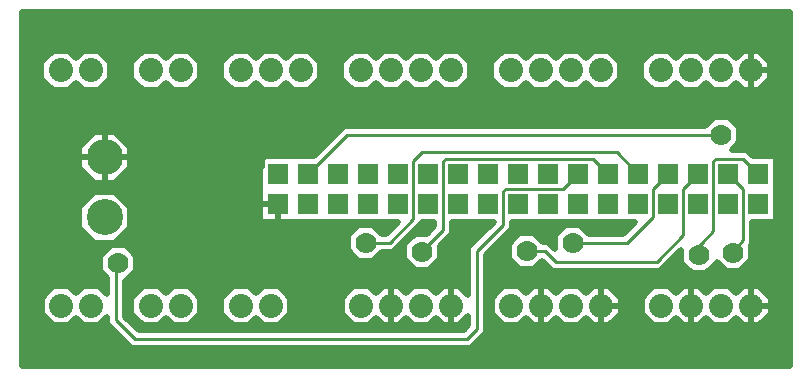
<source format=gbr>
G04 PROTEUS RS274X GERBER FILE*
%FSLAX45Y45*%
%MOMM*%
G01*
%ADD10C,0.254000*%
%ADD11C,0.304800*%
%ADD12C,1.778000*%
%ADD13C,0.508000*%
%ADD14R,1.778000X1.778000*%
%ADD15C,3.048000*%
%ADD16C,2.032000*%
%ADD17C,0.203200*%
G36*
X+3250000Y-1500000D02*
X-3250000Y-1500000D01*
X-3250000Y+1500000D01*
X+3250000Y+1500000D01*
X+3250000Y-1500000D01*
G37*
%LPC*%
G36*
X+2819399Y+520326D02*
X+2819399Y+394074D01*
X+2755524Y+330199D01*
X+2886561Y+330199D01*
X+2937361Y+279399D01*
X+3134399Y+279399D01*
X+3134399Y-279399D01*
X+2931199Y-279399D01*
X+2931199Y-466560D01*
X+2918744Y-479015D01*
X+2919216Y-479487D01*
X+2919216Y-605739D01*
X+2829943Y-695012D01*
X+2703691Y-695012D01*
X+2631273Y-622594D01*
X+2631273Y-626715D01*
X+2542000Y-715988D01*
X+2415748Y-715988D01*
X+2326475Y-626715D01*
X+2326475Y-521985D01*
X+2152261Y-696199D01*
X+1232612Y-696199D01*
X+1187976Y-651563D01*
X+1187976Y-651561D01*
X+1149694Y-613280D01*
X+1083217Y-679757D01*
X+956965Y-679757D01*
X+867692Y-590484D01*
X+867692Y-464232D01*
X+956965Y-374959D01*
X+1083217Y-374959D01*
X+1159417Y-451159D01*
X+1203094Y-451159D01*
X+1257301Y-505366D01*
X+1257301Y-394074D01*
X+1346574Y-304801D01*
X+1472826Y-304801D01*
X+1549026Y-381001D01*
X+1839189Y-381001D01*
X+1940791Y-279399D01*
X+899199Y-279399D01*
X+899199Y-338901D01*
X+678179Y-559921D01*
X+678179Y-1220281D01*
X+549721Y-1348739D01*
X-2326451Y-1348739D01*
X-2529839Y-1145351D01*
X-2529839Y-1086924D01*
X-2598614Y-1155699D01*
X-2735386Y-1155699D01*
X-2794000Y-1097085D01*
X-2852614Y-1155699D01*
X-2989386Y-1155699D01*
X-3086099Y-1058986D01*
X-3086099Y-922214D01*
X-2989386Y-825501D01*
X-2852614Y-825501D01*
X-2794000Y-884115D01*
X-2735386Y-825501D01*
X-2598614Y-825501D01*
X-2529839Y-894276D01*
X-2529839Y-754086D01*
X-2590799Y-693126D01*
X-2590799Y-566874D01*
X-2501526Y-477601D01*
X-2375274Y-477601D01*
X-2286001Y-566874D01*
X-2286001Y-693126D01*
X-2375274Y-782399D01*
X-2377441Y-782399D01*
X-2377441Y-1082229D01*
X-2263329Y-1196341D01*
X+486599Y-1196341D01*
X+525781Y-1157159D01*
X+525781Y-1079704D01*
X+450386Y-1155099D01*
X+313614Y-1155099D01*
X+255000Y-1096485D01*
X+196386Y-1155099D01*
X+59614Y-1155099D01*
X+1000Y-1096485D01*
X-57614Y-1155099D01*
X-194386Y-1155099D01*
X-253000Y-1096485D01*
X-311614Y-1155099D01*
X-448386Y-1155099D01*
X-545099Y-1058386D01*
X-545099Y-921614D01*
X-448386Y-824901D01*
X-311614Y-824901D01*
X-253000Y-883515D01*
X-194386Y-824901D01*
X-57614Y-824901D01*
X+1000Y-883515D01*
X+59614Y-824901D01*
X+196386Y-824901D01*
X+255000Y-883515D01*
X+313614Y-824901D01*
X+450386Y-824901D01*
X+525781Y-900296D01*
X+525781Y-496799D01*
X+743181Y-279399D01*
X+391199Y-279399D01*
X+391199Y-376963D01*
X+346563Y-421599D01*
X+346561Y-421599D01*
X+285778Y-482382D01*
X+285778Y-594298D01*
X+196505Y-683571D01*
X+70253Y-683571D01*
X-19020Y-594298D01*
X-19020Y-468046D01*
X+70253Y-378773D01*
X+173867Y-378773D01*
X+238801Y-313839D01*
X+238801Y-279399D01*
X+137199Y-279399D01*
X+137199Y-286811D01*
X-109389Y-533399D01*
X-203574Y-533399D01*
X-279774Y-609599D01*
X-406026Y-609599D01*
X-495299Y-520326D01*
X-495299Y-394074D01*
X-406026Y-304801D01*
X-279774Y-304801D01*
X-203574Y-381001D01*
X-172511Y-381001D01*
X-70909Y-279399D01*
X-1234399Y-279399D01*
X-1234399Y+279399D01*
X-783361Y+279399D01*
X-529361Y+533399D01*
X+2527674Y+533399D01*
X+2603874Y+609599D01*
X+2730126Y+609599D01*
X+2819399Y+520326D01*
G37*
G36*
X-2464572Y-456899D02*
X-2643428Y-456899D01*
X-2769899Y-330428D01*
X-2769899Y-151572D01*
X-2643428Y-25101D01*
X-2464572Y-25101D01*
X-2338101Y-151572D01*
X-2338101Y-330428D01*
X-2464572Y-456899D01*
G37*
G36*
X-2464572Y+51101D02*
X-2643428Y+51101D01*
X-2769899Y+177572D01*
X-2769899Y+356428D01*
X-2643428Y+482899D01*
X-2464572Y+482899D01*
X-2338101Y+356428D01*
X-2338101Y+177572D01*
X-2464572Y+51101D01*
G37*
G36*
X-2505901Y+1070386D02*
X-2505901Y+933614D01*
X-2602614Y+836901D01*
X-2739386Y+836901D01*
X-2798000Y+895515D01*
X-2856614Y+836901D01*
X-2993386Y+836901D01*
X-3090099Y+933614D01*
X-3090099Y+1070386D01*
X-2993386Y+1167099D01*
X-2856614Y+1167099D01*
X-2798000Y+1108485D01*
X-2739386Y+1167099D01*
X-2602614Y+1167099D01*
X-2505901Y+1070386D01*
G37*
G36*
X-1743901Y+1070386D02*
X-1743901Y+933614D01*
X-1840614Y+836901D01*
X-1977386Y+836901D01*
X-2036000Y+895515D01*
X-2094614Y+836901D01*
X-2231386Y+836901D01*
X-2328099Y+933614D01*
X-2328099Y+1070386D01*
X-2231386Y+1167099D01*
X-2094614Y+1167099D01*
X-2036000Y+1108485D01*
X-1977386Y+1167099D01*
X-1840614Y+1167099D01*
X-1743901Y+1070386D01*
G37*
G36*
X-727901Y+1070386D02*
X-727901Y+933614D01*
X-824614Y+836901D01*
X-961386Y+836901D01*
X-1020000Y+895515D01*
X-1078614Y+836901D01*
X-1215386Y+836901D01*
X-1274000Y+895515D01*
X-1332614Y+836901D01*
X-1469386Y+836901D01*
X-1566099Y+933614D01*
X-1566099Y+1070386D01*
X-1469386Y+1167099D01*
X-1332614Y+1167099D01*
X-1274000Y+1108485D01*
X-1215386Y+1167099D01*
X-1078614Y+1167099D01*
X-1020000Y+1108485D01*
X-961386Y+1167099D01*
X-824614Y+1167099D01*
X-727901Y+1070386D01*
G37*
G36*
X+542099Y+1070386D02*
X+542099Y+933614D01*
X+445386Y+836901D01*
X+308614Y+836901D01*
X+250000Y+895515D01*
X+191386Y+836901D01*
X+54614Y+836901D01*
X-4000Y+895515D01*
X-62614Y+836901D01*
X-199386Y+836901D01*
X-258000Y+895515D01*
X-316614Y+836901D01*
X-453386Y+836901D01*
X-550099Y+933614D01*
X-550099Y+1070386D01*
X-453386Y+1167099D01*
X-316614Y+1167099D01*
X-258000Y+1108485D01*
X-199386Y+1167099D01*
X-62614Y+1167099D01*
X-4000Y+1108485D01*
X+54614Y+1167099D01*
X+191386Y+1167099D01*
X+250000Y+1108485D01*
X+308614Y+1167099D01*
X+445386Y+1167099D01*
X+542099Y+1070386D01*
G37*
G36*
X+1812099Y+1070386D02*
X+1812099Y+933614D01*
X+1715386Y+836901D01*
X+1578614Y+836901D01*
X+1520000Y+895515D01*
X+1461386Y+836901D01*
X+1324614Y+836901D01*
X+1266000Y+895515D01*
X+1207386Y+836901D01*
X+1070614Y+836901D01*
X+1012000Y+895515D01*
X+953386Y+836901D01*
X+816614Y+836901D01*
X+719901Y+933614D01*
X+719901Y+1070386D01*
X+816614Y+1167099D01*
X+953386Y+1167099D01*
X+1012000Y+1108485D01*
X+1070614Y+1167099D01*
X+1207386Y+1167099D01*
X+1266000Y+1108485D01*
X+1324614Y+1167099D01*
X+1461386Y+1167099D01*
X+1520000Y+1108485D01*
X+1578614Y+1167099D01*
X+1715386Y+1167099D01*
X+1812099Y+1070386D01*
G37*
G36*
X+3082099Y+1070386D02*
X+3082099Y+933614D01*
X+2985386Y+836901D01*
X+2848614Y+836901D01*
X+2790000Y+895515D01*
X+2731386Y+836901D01*
X+2594614Y+836901D01*
X+2536000Y+895515D01*
X+2477386Y+836901D01*
X+2340614Y+836901D01*
X+2282000Y+895515D01*
X+2223386Y+836901D01*
X+2086614Y+836901D01*
X+1989901Y+933614D01*
X+1989901Y+1070386D01*
X+2086614Y+1167099D01*
X+2223386Y+1167099D01*
X+2282000Y+1108485D01*
X+2340614Y+1167099D01*
X+2477386Y+1167099D01*
X+2536000Y+1108485D01*
X+2594614Y+1167099D01*
X+2731386Y+1167099D01*
X+2790000Y+1108485D01*
X+2848614Y+1167099D01*
X+2985386Y+1167099D01*
X+3082099Y+1070386D01*
G37*
G36*
X+3087099Y-921614D02*
X+3087099Y-1058386D01*
X+2990386Y-1155099D01*
X+2853614Y-1155099D01*
X+2795000Y-1096485D01*
X+2736386Y-1155099D01*
X+2599614Y-1155099D01*
X+2541000Y-1096485D01*
X+2482386Y-1155099D01*
X+2345614Y-1155099D01*
X+2287000Y-1096485D01*
X+2228386Y-1155099D01*
X+2091614Y-1155099D01*
X+1994901Y-1058386D01*
X+1994901Y-921614D01*
X+2091614Y-824901D01*
X+2228386Y-824901D01*
X+2287000Y-883515D01*
X+2345614Y-824901D01*
X+2482386Y-824901D01*
X+2541000Y-883515D01*
X+2599614Y-824901D01*
X+2736386Y-824901D01*
X+2795000Y-883515D01*
X+2853614Y-824901D01*
X+2990386Y-824901D01*
X+3087099Y-921614D01*
G37*
G36*
X+1817099Y-921614D02*
X+1817099Y-1058386D01*
X+1720386Y-1155099D01*
X+1583614Y-1155099D01*
X+1525000Y-1096485D01*
X+1466386Y-1155099D01*
X+1329614Y-1155099D01*
X+1271000Y-1096485D01*
X+1212386Y-1155099D01*
X+1075614Y-1155099D01*
X+1017000Y-1096485D01*
X+958386Y-1155099D01*
X+821614Y-1155099D01*
X+724901Y-1058386D01*
X+724901Y-921614D01*
X+821614Y-824901D01*
X+958386Y-824901D01*
X+1017000Y-883515D01*
X+1075614Y-824901D01*
X+1212386Y-824901D01*
X+1271000Y-883515D01*
X+1329614Y-824901D01*
X+1466386Y-824901D01*
X+1525000Y-883515D01*
X+1583614Y-824901D01*
X+1720386Y-824901D01*
X+1817099Y-921614D01*
G37*
G36*
X-1743901Y-922214D02*
X-1743901Y-1058986D01*
X-1840614Y-1155699D01*
X-1977386Y-1155699D01*
X-2036000Y-1097085D01*
X-2094614Y-1155699D01*
X-2231386Y-1155699D01*
X-2328099Y-1058986D01*
X-2328099Y-922214D01*
X-2231386Y-825501D01*
X-2094614Y-825501D01*
X-2036000Y-884115D01*
X-1977386Y-825501D01*
X-1840614Y-825501D01*
X-1743901Y-922214D01*
G37*
G36*
X-981901Y-922214D02*
X-981901Y-1058986D01*
X-1078614Y-1155699D01*
X-1215386Y-1155699D01*
X-1274000Y-1097085D01*
X-1332614Y-1155699D01*
X-1469386Y-1155699D01*
X-1566099Y-1058986D01*
X-1566099Y-922214D01*
X-1469386Y-825501D01*
X-1332614Y-825501D01*
X-1274000Y-884115D01*
X-1215386Y-825501D01*
X-1078614Y-825501D01*
X-981901Y-922214D01*
G37*
G36*
X+2959100Y+436158D02*
X+2959100Y+478242D01*
X+2988858Y+508000D01*
X+3030942Y+508000D01*
X+3060700Y+478242D01*
X+3060700Y+436158D01*
X+3030942Y+406400D01*
X+2988858Y+406400D01*
X+2959100Y+436158D01*
G37*
G36*
X-1993878Y-641042D02*
X-1993878Y-598958D01*
X-1964120Y-569200D01*
X-1922036Y-569200D01*
X-1892278Y-598958D01*
X-1892278Y-641042D01*
X-1922036Y-670800D01*
X-1964120Y-670800D01*
X-1993878Y-641042D01*
G37*
%LPD*%
D10*
X+2667000Y+457200D02*
X-497800Y+457200D01*
X-828000Y+127000D01*
X+1409700Y-457200D02*
X+1870750Y-457200D01*
X+2093000Y-234950D01*
X+2093000Y+0D01*
X+2220000Y+127000D01*
X-342900Y-457200D02*
X-140950Y-457200D01*
X+61000Y-255250D01*
X+61000Y+237608D01*
X+133272Y+309880D01*
X+1783120Y+309880D01*
X+1966000Y+127000D01*
D11*
X-1520000Y-127000D02*
X-1212213Y+180787D01*
X-1212213Y+241983D01*
X-807864Y+646332D01*
X+80567Y+646332D01*
X+2820768Y+646332D01*
X-1082000Y-127000D02*
X-1520000Y-127000D01*
X-1689100Y-127000D01*
X-1943078Y-380978D01*
X-1943078Y-620000D01*
X+3009900Y+457200D02*
X+2820768Y+646332D01*
D10*
X+315000Y-345400D02*
X+304800Y-355600D01*
X+133379Y-527021D01*
X+133379Y-531172D01*
X+315000Y-345400D02*
X+315000Y+234950D01*
X+334050Y+254000D01*
X+1585000Y+254000D01*
X+1712000Y+127000D01*
X+2478874Y-563589D02*
X+2478874Y-482766D01*
X+2505820Y-455820D01*
X+2601000Y-360640D01*
X+2601000Y+234950D01*
X+2620050Y+254000D01*
X+2855000Y+254000D01*
X+2982000Y+127000D01*
X+2766817Y-542613D02*
X+2766817Y-523182D01*
X+2855000Y-434999D01*
X+2855000Y+0D01*
X+2728000Y+127000D01*
X+1020091Y-527358D02*
X+1171533Y-527358D01*
X+1264175Y-620000D01*
X+2120700Y-620000D01*
X+2347000Y-393700D01*
X+2347000Y+0D01*
X+2474000Y+127000D01*
X-2438400Y-630000D02*
X-2453640Y-701040D01*
X-2453640Y-1113790D01*
X-2294890Y-1272540D01*
X+518160Y-1272540D01*
X+601980Y-1188720D01*
X+601980Y-528360D01*
X+823000Y-307340D01*
X+823000Y-20320D01*
X+843320Y+0D01*
X+1331000Y+0D01*
X+1458000Y+127000D01*
D12*
X+3009900Y+457200D03*
X+2667000Y+457200D03*
X+1409700Y-457200D03*
X-342900Y-457200D03*
X-1943078Y-620000D03*
X+133379Y-531172D03*
X+2478874Y-563589D03*
X+2766817Y-542613D03*
X+1020091Y-527358D03*
X-2438400Y-630000D03*
D13*
X+3250000Y-1500000D02*
X-3250000Y-1500000D01*
X-3250000Y+1500000D01*
X+3250000Y+1500000D01*
X+3250000Y-1500000D01*
X+2819399Y+520326D02*
X+2819399Y+394074D01*
X+2755524Y+330199D01*
X+2886561Y+330199D01*
X+2937361Y+279399D01*
X+3134399Y+279399D01*
X+3134399Y-279399D01*
X+2931199Y-279399D01*
X+2931199Y-466560D01*
X+2918744Y-479015D01*
X+2919216Y-479487D01*
X+2919216Y-605739D01*
X+2829943Y-695012D01*
X+2703691Y-695012D01*
X+2631273Y-622594D01*
X+2631273Y-626715D01*
X+2542000Y-715988D01*
X+2415748Y-715988D01*
X+2326475Y-626715D01*
X+2326475Y-521985D01*
X+2152261Y-696199D01*
X+1232612Y-696199D01*
X+1187976Y-651563D01*
X+1187976Y-651561D01*
X+1149694Y-613280D01*
X+1083217Y-679757D01*
X+956965Y-679757D01*
X+867692Y-590484D01*
X+867692Y-464232D01*
X+956965Y-374959D01*
X+1083217Y-374959D01*
X+1159417Y-451159D01*
X+1203094Y-451159D01*
X+1257301Y-505366D01*
X+1257301Y-394074D01*
X+1346574Y-304801D01*
X+1472826Y-304801D01*
X+1549026Y-381001D01*
X+1839189Y-381001D01*
X+1940791Y-279399D01*
X+899199Y-279399D01*
X+899199Y-338901D01*
X+678179Y-559921D01*
X+678179Y-1220281D01*
X+549721Y-1348739D01*
X-2326451Y-1348739D01*
X-2529839Y-1145351D01*
X-2529839Y-1086924D01*
X-2598614Y-1155699D01*
X-2735386Y-1155699D01*
X-2794000Y-1097085D01*
X-2852614Y-1155699D01*
X-2989386Y-1155699D01*
X-3086099Y-1058986D01*
X-3086099Y-922214D01*
X-2989386Y-825501D01*
X-2852614Y-825501D01*
X-2794000Y-884115D01*
X-2735386Y-825501D01*
X-2598614Y-825501D01*
X-2529839Y-894276D01*
X-2529839Y-754086D01*
X-2590799Y-693126D01*
X-2590799Y-566874D01*
X-2501526Y-477601D01*
X-2375274Y-477601D01*
X-2286001Y-566874D01*
X-2286001Y-693126D01*
X-2375274Y-782399D01*
X-2377441Y-782399D01*
X-2377441Y-1082229D01*
X-2263329Y-1196341D01*
X+486599Y-1196341D01*
X+525781Y-1157159D01*
X+525781Y-1079704D01*
X+450386Y-1155099D01*
X+313614Y-1155099D01*
X+255000Y-1096485D01*
X+196386Y-1155099D01*
X+59614Y-1155099D01*
X+1000Y-1096485D01*
X-57614Y-1155099D01*
X-194386Y-1155099D01*
X-253000Y-1096485D01*
X-311614Y-1155099D01*
X-448386Y-1155099D01*
X-545099Y-1058386D01*
X-545099Y-921614D01*
X-448386Y-824901D01*
X-311614Y-824901D01*
X-253000Y-883515D01*
X-194386Y-824901D01*
X-57614Y-824901D01*
X+1000Y-883515D01*
X+59614Y-824901D01*
X+196386Y-824901D01*
X+255000Y-883515D01*
X+313614Y-824901D01*
X+450386Y-824901D01*
X+525781Y-900296D01*
X+525781Y-496799D01*
X+743181Y-279399D01*
X+391199Y-279399D01*
X+391199Y-376963D01*
X+346563Y-421599D01*
X+346561Y-421599D01*
X+285778Y-482382D01*
X+285778Y-594298D01*
X+196505Y-683571D01*
X+70253Y-683571D01*
X-19020Y-594298D01*
X-19020Y-468046D01*
X+70253Y-378773D01*
X+173867Y-378773D01*
X+238801Y-313839D01*
X+238801Y-279399D01*
X+137199Y-279399D01*
X+137199Y-286811D01*
X-109389Y-533399D01*
X-203574Y-533399D01*
X-279774Y-609599D01*
X-406026Y-609599D01*
X-495299Y-520326D01*
X-495299Y-394074D01*
X-406026Y-304801D01*
X-279774Y-304801D01*
X-203574Y-381001D01*
X-172511Y-381001D01*
X-70909Y-279399D01*
X-1234399Y-279399D01*
X-1234399Y+279399D01*
X-783361Y+279399D01*
X-529361Y+533399D01*
X+2527674Y+533399D01*
X+2603874Y+609599D01*
X+2730126Y+609599D01*
X+2819399Y+520326D01*
X-2464572Y-456899D02*
X-2643428Y-456899D01*
X-2769899Y-330428D01*
X-2769899Y-151572D01*
X-2643428Y-25101D01*
X-2464572Y-25101D01*
X-2338101Y-151572D01*
X-2338101Y-330428D01*
X-2464572Y-456899D01*
X-2464572Y+51101D02*
X-2643428Y+51101D01*
X-2769899Y+177572D01*
X-2769899Y+356428D01*
X-2643428Y+482899D01*
X-2464572Y+482899D01*
X-2338101Y+356428D01*
X-2338101Y+177572D01*
X-2464572Y+51101D01*
X-2505901Y+1070386D02*
X-2505901Y+933614D01*
X-2602614Y+836901D01*
X-2739386Y+836901D01*
X-2798000Y+895515D01*
X-2856614Y+836901D01*
X-2993386Y+836901D01*
X-3090099Y+933614D01*
X-3090099Y+1070386D01*
X-2993386Y+1167099D01*
X-2856614Y+1167099D01*
X-2798000Y+1108485D01*
X-2739386Y+1167099D01*
X-2602614Y+1167099D01*
X-2505901Y+1070386D01*
X-1743901Y+1070386D02*
X-1743901Y+933614D01*
X-1840614Y+836901D01*
X-1977386Y+836901D01*
X-2036000Y+895515D01*
X-2094614Y+836901D01*
X-2231386Y+836901D01*
X-2328099Y+933614D01*
X-2328099Y+1070386D01*
X-2231386Y+1167099D01*
X-2094614Y+1167099D01*
X-2036000Y+1108485D01*
X-1977386Y+1167099D01*
X-1840614Y+1167099D01*
X-1743901Y+1070386D01*
X-727901Y+1070386D02*
X-727901Y+933614D01*
X-824614Y+836901D01*
X-961386Y+836901D01*
X-1020000Y+895515D01*
X-1078614Y+836901D01*
X-1215386Y+836901D01*
X-1274000Y+895515D01*
X-1332614Y+836901D01*
X-1469386Y+836901D01*
X-1566099Y+933614D01*
X-1566099Y+1070386D01*
X-1469386Y+1167099D01*
X-1332614Y+1167099D01*
X-1274000Y+1108485D01*
X-1215386Y+1167099D01*
X-1078614Y+1167099D01*
X-1020000Y+1108485D01*
X-961386Y+1167099D01*
X-824614Y+1167099D01*
X-727901Y+1070386D01*
X+542099Y+1070386D02*
X+542099Y+933614D01*
X+445386Y+836901D01*
X+308614Y+836901D01*
X+250000Y+895515D01*
X+191386Y+836901D01*
X+54614Y+836901D01*
X-4000Y+895515D01*
X-62614Y+836901D01*
X-199386Y+836901D01*
X-258000Y+895515D01*
X-316614Y+836901D01*
X-453386Y+836901D01*
X-550099Y+933614D01*
X-550099Y+1070386D01*
X-453386Y+1167099D01*
X-316614Y+1167099D01*
X-258000Y+1108485D01*
X-199386Y+1167099D01*
X-62614Y+1167099D01*
X-4000Y+1108485D01*
X+54614Y+1167099D01*
X+191386Y+1167099D01*
X+250000Y+1108485D01*
X+308614Y+1167099D01*
X+445386Y+1167099D01*
X+542099Y+1070386D01*
X+1812099Y+1070386D02*
X+1812099Y+933614D01*
X+1715386Y+836901D01*
X+1578614Y+836901D01*
X+1520000Y+895515D01*
X+1461386Y+836901D01*
X+1324614Y+836901D01*
X+1266000Y+895515D01*
X+1207386Y+836901D01*
X+1070614Y+836901D01*
X+1012000Y+895515D01*
X+953386Y+836901D01*
X+816614Y+836901D01*
X+719901Y+933614D01*
X+719901Y+1070386D01*
X+816614Y+1167099D01*
X+953386Y+1167099D01*
X+1012000Y+1108485D01*
X+1070614Y+1167099D01*
X+1207386Y+1167099D01*
X+1266000Y+1108485D01*
X+1324614Y+1167099D01*
X+1461386Y+1167099D01*
X+1520000Y+1108485D01*
X+1578614Y+1167099D01*
X+1715386Y+1167099D01*
X+1812099Y+1070386D01*
X+3082099Y+1070386D02*
X+3082099Y+933614D01*
X+2985386Y+836901D01*
X+2848614Y+836901D01*
X+2790000Y+895515D01*
X+2731386Y+836901D01*
X+2594614Y+836901D01*
X+2536000Y+895515D01*
X+2477386Y+836901D01*
X+2340614Y+836901D01*
X+2282000Y+895515D01*
X+2223386Y+836901D01*
X+2086614Y+836901D01*
X+1989901Y+933614D01*
X+1989901Y+1070386D01*
X+2086614Y+1167099D01*
X+2223386Y+1167099D01*
X+2282000Y+1108485D01*
X+2340614Y+1167099D01*
X+2477386Y+1167099D01*
X+2536000Y+1108485D01*
X+2594614Y+1167099D01*
X+2731386Y+1167099D01*
X+2790000Y+1108485D01*
X+2848614Y+1167099D01*
X+2985386Y+1167099D01*
X+3082099Y+1070386D01*
X+3087099Y-921614D02*
X+3087099Y-1058386D01*
X+2990386Y-1155099D01*
X+2853614Y-1155099D01*
X+2795000Y-1096485D01*
X+2736386Y-1155099D01*
X+2599614Y-1155099D01*
X+2541000Y-1096485D01*
X+2482386Y-1155099D01*
X+2345614Y-1155099D01*
X+2287000Y-1096485D01*
X+2228386Y-1155099D01*
X+2091614Y-1155099D01*
X+1994901Y-1058386D01*
X+1994901Y-921614D01*
X+2091614Y-824901D01*
X+2228386Y-824901D01*
X+2287000Y-883515D01*
X+2345614Y-824901D01*
X+2482386Y-824901D01*
X+2541000Y-883515D01*
X+2599614Y-824901D01*
X+2736386Y-824901D01*
X+2795000Y-883515D01*
X+2853614Y-824901D01*
X+2990386Y-824901D01*
X+3087099Y-921614D01*
X+1817099Y-921614D02*
X+1817099Y-1058386D01*
X+1720386Y-1155099D01*
X+1583614Y-1155099D01*
X+1525000Y-1096485D01*
X+1466386Y-1155099D01*
X+1329614Y-1155099D01*
X+1271000Y-1096485D01*
X+1212386Y-1155099D01*
X+1075614Y-1155099D01*
X+1017000Y-1096485D01*
X+958386Y-1155099D01*
X+821614Y-1155099D01*
X+724901Y-1058386D01*
X+724901Y-921614D01*
X+821614Y-824901D01*
X+958386Y-824901D01*
X+1017000Y-883515D01*
X+1075614Y-824901D01*
X+1212386Y-824901D01*
X+1271000Y-883515D01*
X+1329614Y-824901D01*
X+1466386Y-824901D01*
X+1525000Y-883515D01*
X+1583614Y-824901D01*
X+1720386Y-824901D01*
X+1817099Y-921614D01*
X-1743901Y-922214D02*
X-1743901Y-1058986D01*
X-1840614Y-1155699D01*
X-1977386Y-1155699D01*
X-2036000Y-1097085D01*
X-2094614Y-1155699D01*
X-2231386Y-1155699D01*
X-2328099Y-1058986D01*
X-2328099Y-922214D01*
X-2231386Y-825501D01*
X-2094614Y-825501D01*
X-2036000Y-884115D01*
X-1977386Y-825501D01*
X-1840614Y-825501D01*
X-1743901Y-922214D01*
X-981901Y-922214D02*
X-981901Y-1058986D01*
X-1078614Y-1155699D01*
X-1215386Y-1155699D01*
X-1274000Y-1097085D01*
X-1332614Y-1155699D01*
X-1469386Y-1155699D01*
X-1566099Y-1058986D01*
X-1566099Y-922214D01*
X-1469386Y-825501D01*
X-1332614Y-825501D01*
X-1274000Y-884115D01*
X-1215386Y-825501D01*
X-1078614Y-825501D01*
X-981901Y-922214D01*
X+2959100Y+436158D02*
X+2959100Y+478242D01*
X+2988858Y+508000D01*
X+3030942Y+508000D01*
X+3060700Y+478242D01*
X+3060700Y+436158D01*
X+3030942Y+406400D01*
X+2988858Y+406400D01*
X+2959100Y+436158D01*
X-1993878Y-641042D02*
X-1993878Y-598958D01*
X-1964120Y-569200D01*
X-1922036Y-569200D01*
X-1892278Y-598958D01*
X-1892278Y-641042D01*
X-1922036Y-670800D01*
X-1964120Y-670800D01*
X-1993878Y-641042D01*
X-1234399Y-127000D02*
X-1082000Y-127000D01*
X-1082000Y-279399D02*
X-1082000Y-127000D01*
X-2554000Y+51101D02*
X-2554000Y+267000D01*
X-2554000Y+482899D02*
X-2554000Y+267000D01*
X-2338101Y+267000D02*
X-2554000Y+267000D01*
X-2769899Y+267000D02*
X-2554000Y+267000D01*
X+3082099Y+1002000D02*
X+2917000Y+1002000D01*
X+2917000Y+836901D02*
X+2917000Y+1002000D01*
X+2917000Y+1167099D02*
X+2917000Y+1002000D01*
X+2414000Y-1155099D02*
X+2414000Y-990000D01*
X+2414000Y-824901D02*
X+2414000Y-990000D01*
X+3087099Y-990000D02*
X+2922000Y-990000D01*
X+2922000Y-1155099D02*
X+2922000Y-990000D01*
X+2922000Y-824901D02*
X+2922000Y-990000D01*
X+1144000Y-1155099D02*
X+1144000Y-990000D01*
X+1144000Y-824901D02*
X+1144000Y-990000D01*
X+1817099Y-990000D02*
X+1652000Y-990000D01*
X+1652000Y-1155099D02*
X+1652000Y-990000D01*
X+1652000Y-824901D02*
X+1652000Y-990000D01*
X-126000Y-1155099D02*
X-126000Y-990000D01*
X-126000Y-824901D02*
X-126000Y-990000D01*
X+382000Y-1155099D02*
X+382000Y-990000D01*
X+382000Y-824901D02*
X+382000Y-990000D01*
D14*
X-1082000Y+127000D03*
X-828000Y+127000D03*
X-574000Y+127000D03*
X-320000Y+127000D03*
X-66000Y+127000D03*
X+188000Y+127000D03*
X+442000Y+127000D03*
X+696000Y+127000D03*
X+950000Y+127000D03*
X+1204000Y+127000D03*
X+1458000Y+127000D03*
X+1712000Y+127000D03*
X+1966000Y+127000D03*
X+2220000Y+127000D03*
X+2474000Y+127000D03*
X+2728000Y+127000D03*
X+2982000Y+127000D03*
X+2982000Y-127000D03*
X+2728000Y-127000D03*
X+2474000Y-127000D03*
X+2220000Y-127000D03*
X+1966000Y-127000D03*
X+1712000Y-127000D03*
X+1458000Y-127000D03*
X+1204000Y-127000D03*
X+950000Y-127000D03*
X+696000Y-127000D03*
X+442000Y-127000D03*
X+188000Y-127000D03*
X-66000Y-127000D03*
X-320000Y-127000D03*
X-574000Y-127000D03*
X-828000Y-127000D03*
X-1082000Y-127000D03*
D15*
X-2554000Y-241000D03*
X-2554000Y+267000D03*
D16*
X-2925000Y+1002000D03*
X-2671000Y+1002000D03*
X-2163000Y+1002000D03*
X-1909000Y+1002000D03*
X-1401000Y+1002000D03*
X-1147000Y+1002000D03*
X-893000Y+1002000D03*
X-385000Y+1002000D03*
X-131000Y+1002000D03*
X+123000Y+1002000D03*
X+377000Y+1002000D03*
X+885000Y+1002000D03*
X+1139000Y+1002000D03*
X+1393000Y+1002000D03*
X+1647000Y+1002000D03*
X+2155000Y+1002000D03*
X+2409000Y+1002000D03*
X+2663000Y+1002000D03*
X+2917000Y+1002000D03*
X+2160000Y-990000D03*
X+2414000Y-990000D03*
X+2668000Y-990000D03*
X+2922000Y-990000D03*
X+890000Y-990000D03*
X+1144000Y-990000D03*
X+1398000Y-990000D03*
X+1652000Y-990000D03*
X-380000Y-990000D03*
X-126000Y-990000D03*
X+128000Y-990000D03*
X+382000Y-990000D03*
X-2163000Y-990600D03*
X-1909000Y-990600D03*
X-1401000Y-990600D03*
X-1147000Y-990600D03*
X-2921000Y-990600D03*
X-2667000Y-990600D03*
D17*
X-3250000Y-1500000D02*
X+3250000Y-1500000D01*
X+3250000Y+1500000D01*
X-3250000Y+1500000D01*
X-3250000Y-1500000D01*
M02*

</source>
